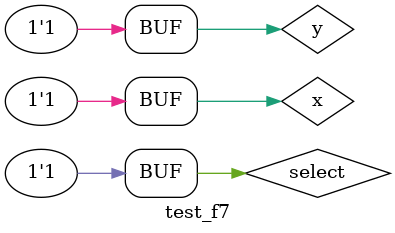
<source format=v>

module f7 (output s_or,
           output s_nor,
           input x,
           input y);

    or OR1 (s_or, x, y);
    nor NOR1 (s_nor, x, y);
endmodule // f7

// -------------------------
// multiplexer
// -------------------------
module mux (output s,
            input s_or,
            input s_nor,
            input select);
// definir dados locais
    wire not_select;
    wire s1;
    wire s2;

    nor NOT1 (not_select, select, select);
    nor NOR2 (s1, s_or, not_select);
    nor NOR3 (s2, s_nor, select);
    or OR2 (s, s1, s2);
endmodule // mux

// -------------------------
// Teste da Unidade Lógica
// -------------------------
module test_f7;
// ------------------------- definir dados
    reg x;
    reg y;
    reg select;
    wire saida_or;
    wire saida_nor;
    wire saida_mux;

    f7 moduloLU (saida_or, saida_nor, x, y);
    mux seletor (saida_mux, saida_or, saida_nor, select);

    // ------------------------- parte principal
    initial
    begin : main
        $display("Guia_0702 - Daniel Alves Goncalves - 874770");
        $display("Test LU's module");
        $display(" x y select | OR NOR | s");
        $monitor(" %b %b    %b   | %b   %b  | %b",
                  x, y, select, saida_or, saida_nor, saida_mux);

        // Testes com todas as combinações
        x = 0; y = 0; select = 0; #1;
        select = 1; #1;
        x = 0; y = 1; select = 0; #1;
        select = 1; #1;
        x = 1; y = 0; select = 0; #1;
        select = 1; #1;
        x = 1; y = 1; select = 0; #1;
        select = 1; #1;
    end
endmodule

</source>
